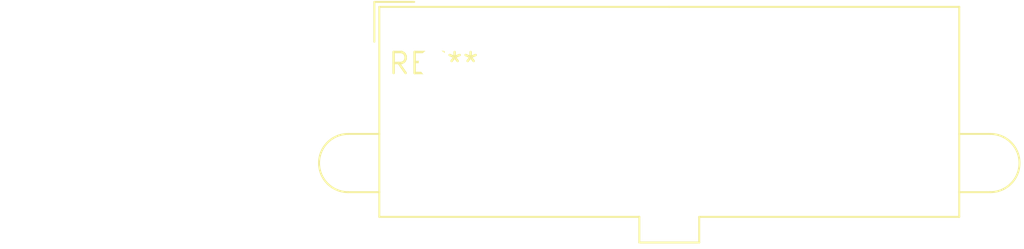
<source format=kicad_pcb>
(kicad_pcb (version 20240108) (generator pcbnew)
  (layers (0 "F.Cu" signal) (31 "B.Cu" signal) (34 "B.Paste" user) (35 "F.Paste" user) (36 "B.SilkS" user "B.Silkscreen") (37 "F.SilkS" user "F.Silkscreen") (38 "B.Mask" user) (39 "F.Mask" user) (44 "Edge.Cuts" user))
  (net 0 "")
  (footprint "Molex_Mega-Fit_76829-0012_2x06_P5.70mm_Vertical" (layer "F.Cu") (at 0 0)
    (property "Reference" "REF**")
    (property "Value" "Molex_Mega-Fit_76829-0012_2x06_P5.70mm_Vertical")
    (fp_line (start -5.17 4.265) (end -3.285 4.265) (layer "F.SilkS") (stroke (width 0.12)))
    (fp_line (start -5.17 7.785) (end -3.285 7.785) (layer "F.SilkS") (stroke (width 0.12)))
    (fp_line (start -3.585 -3.72) (end -1.175 -3.72) (layer "F.SilkS") (stroke (width 0.12)))
    (fp_line (start -3.585 -1.31) (end -3.585 -3.72) (layer "F.SilkS") (stroke (width 0.12)))
    (fp_line (start -3.285 -3.42) (end -3.285 9.28) (layer "F.SilkS") (stroke (width 0.12)))
    (fp_line (start -3.285 9.28) (end 12.44 9.28) (layer "F.SilkS") (stroke (width 0.12)))
    (fp_line (start 12.44 9.28) (end 12.44 10.83) (layer "F.SilkS") (stroke (width 0.12)))
    (fp_line (start 12.44 10.83) (end 14.25 10.83) (layer "F.SilkS") (stroke (width 0.12)))
    (fp_line (start 14.25 -3.42) (end -3.285 -3.42) (layer "F.SilkS") (stroke (width 0.12)))
    (fp_line (start 14.25 -3.42) (end 31.785 -3.42) (layer "F.SilkS") (stroke (width 0.12)))
    (fp_line (start 16.06 9.28) (end 16.06 10.83) (layer "F.SilkS") (stroke (width 0.12)))
    (fp_line (start 16.06 10.83) (end 14.25 10.83) (layer "F.SilkS") (stroke (width 0.12)))
    (fp_line (start 31.785 -3.42) (end 31.785 9.28) (layer "F.SilkS") (stroke (width 0.12)))
    (fp_line (start 31.785 9.28) (end 16.06 9.28) (layer "F.SilkS") (stroke (width 0.12)))
    (fp_line (start 33.67 4.265) (end 31.785 4.265) (layer "F.SilkS") (stroke (width 0.12)))
    (fp_line (start 33.67 7.785) (end 31.785 7.785) (layer "F.SilkS") (stroke (width 0.12)))
    (fp_arc (start -5.17 7.785) (mid -6.93 6.025) (end -5.17 4.265) (layer "F.SilkS") (stroke (width 0.12)))
    (fp_arc (start 33.67 4.265) (mid 35.43 6.025) (end 33.67 7.785) (layer "F.SilkS") (stroke (width 0.12)))
    (pad "" np_thru_hole circle (at -5.17 6.025) (size 3 3) (drill 3) (layers *.Cu *.Mask))
    (pad "" np_thru_hole circle (at 33.67 6.025) (size 3 3) (drill 3) (layers *.Cu *.Mask))
    (pad "1" thru_hole roundrect (at 0 0) (size 3.7 3.7) (drill 1.8) (layers *.Cu *.Mask) (remove_unused_layers) (roundrect_rratio 0.067568))
    (pad "2" thru_hole circle (at 5.7 0) (size 3.7 3.7) (drill 1.8) (layers *.Cu *.Mask) (remove_unused_layers))
    (pad "3" thru_hole circle (at 11.4 0) (size 3.7 3.7) (drill 1.8) (layers *.Cu *.Mask) (remove_unused_layers))
    (pad "4" thru_hole circle (at 17.1 0) (size 3.7 3.7) (drill 1.8) (layers *.Cu *.Mask) (remove_unused_layers))
    (pad "5" thru_hole circle (at 22.8 0) (size 3.7 3.7) (drill 1.8) (layers *.Cu *.Mask) (remove_unused_layers))
    (pad "6" thru_hole circle (at 28.5 0) (size 3.7 3.7) (drill 1.8) (layers *.Cu *.Mask) (remove_unused_layers))
    (pad "7" thru_hole circle (at 0 5.7) (size 3.7 3.7) (drill 1.8) (layers *.Cu *.Mask) (remove_unused_layers))
    (pad "8" thru_hole circle (at 5.7 5.7) (size 3.7 3.7) (drill 1.8) (layers *.Cu *.Mask) (remove_unused_layers))
    (pad "9" thru_hole circle (at 11.4 5.7) (size 3.7 3.7) (drill 1.8) (layers *.Cu *.Mask) (remove_unused_layers))
    (pad "10" thru_hole circle (at 17.1 5.7) (size 3.7 3.7) (drill 1.8) (layers *.Cu *.Mask) (remove_unused_layers))
    (pad "11" thru_hole circle (at 22.8 5.7) (size 3.7 3.7) (drill 1.8) (layers *.Cu *.Mask) (remove_unused_layers))
    (pad "12" thru_hole circle (at 28.5 5.7) (size 3.7 3.7) (drill 1.8) (layers *.Cu *.Mask) (remove_unused_layers))
  )
)
</source>
